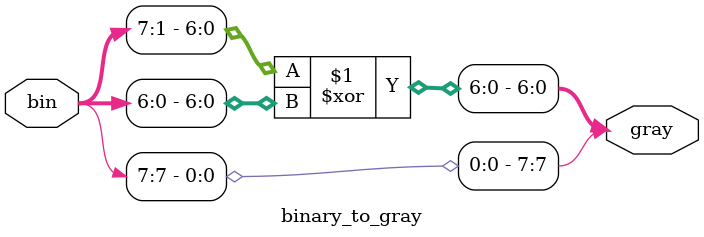
<source format=v>
`timescale 1ns / 1ps

module binary_to_gray(
    input  [7:0] bin,   // Binary input
    output [7:0] gray   // Gray code output
);

    assign gray[7] = bin[7];  // MSB stays same
    assign gray[6:0] = bin[7:1] ^ bin[6:0];  // XOR adjacent bits

endmodule

</source>
